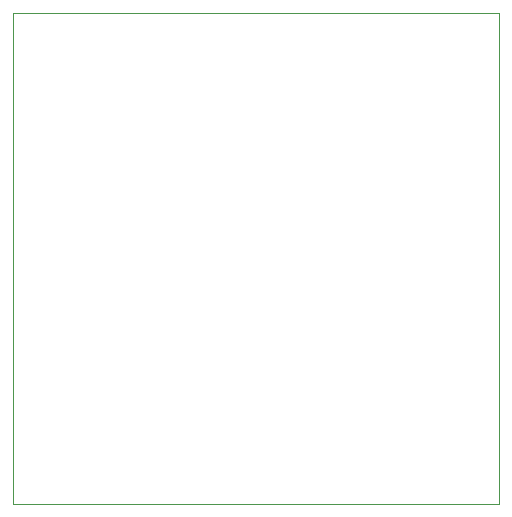
<source format=gm1>
G04*
G04 #@! TF.GenerationSoftware,Altium Limited,Altium Designer,19.1.6 (110)*
G04*
G04 Layer_Color=16711935*
%FSLAX43Y43*%
%MOMM*%
G71*
G01*
G75*
%ADD10C,0.100*%
D10*
X99000Y96700D02*
X99000Y55100D01*
X57800Y96700D02*
X99000D01*
X57800D02*
X57800Y55100D01*
X99000D01*
M02*

</source>
